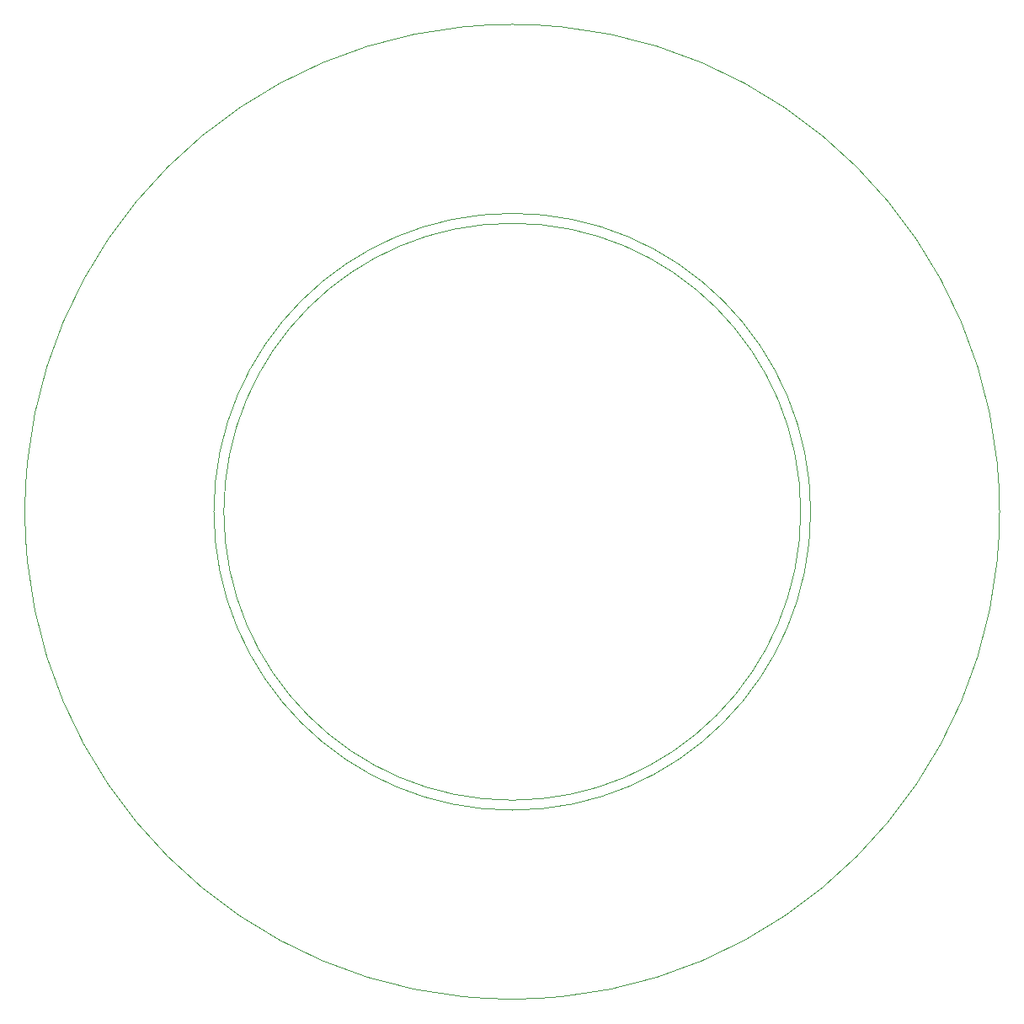
<source format=gbr>
%TF.GenerationSoftware,KiCad,Pcbnew,7.0.10*%
%TF.CreationDate,2024-03-15T14:29:50-04:00*%
%TF.ProjectId,new_middle,6e65775f-6d69-4646-946c-652e6b696361,rev?*%
%TF.SameCoordinates,Original*%
%TF.FileFunction,Profile,NP*%
%FSLAX46Y46*%
G04 Gerber Fmt 4.6, Leading zero omitted, Abs format (unit mm)*
G04 Created by KiCad (PCBNEW 7.0.10) date 2024-03-15 14:29:50*
%MOMM*%
%LPD*%
G01*
G04 APERTURE LIST*
%TA.AperFunction,Profile*%
%ADD10C,0.100000*%
%TD*%
G04 APERTURE END LIST*
D10*
X99000000Y-50000000D02*
G75*
G03*
X1000000Y-50000000I-49000000J0D01*
G01*
X1000000Y-50000000D02*
G75*
G03*
X99000000Y-50000000I49000000J0D01*
G01*
X80000000Y-50000000D02*
G75*
G03*
X20000000Y-50000000I-30000000J0D01*
G01*
X20000000Y-50000000D02*
G75*
G03*
X80000000Y-50000000I30000000J0D01*
G01*
X79000000Y-50000000D02*
G75*
G03*
X21000000Y-50000000I-29000000J0D01*
G01*
X21000000Y-50000000D02*
G75*
G03*
X79000000Y-50000000I29000000J0D01*
G01*
M02*

</source>
